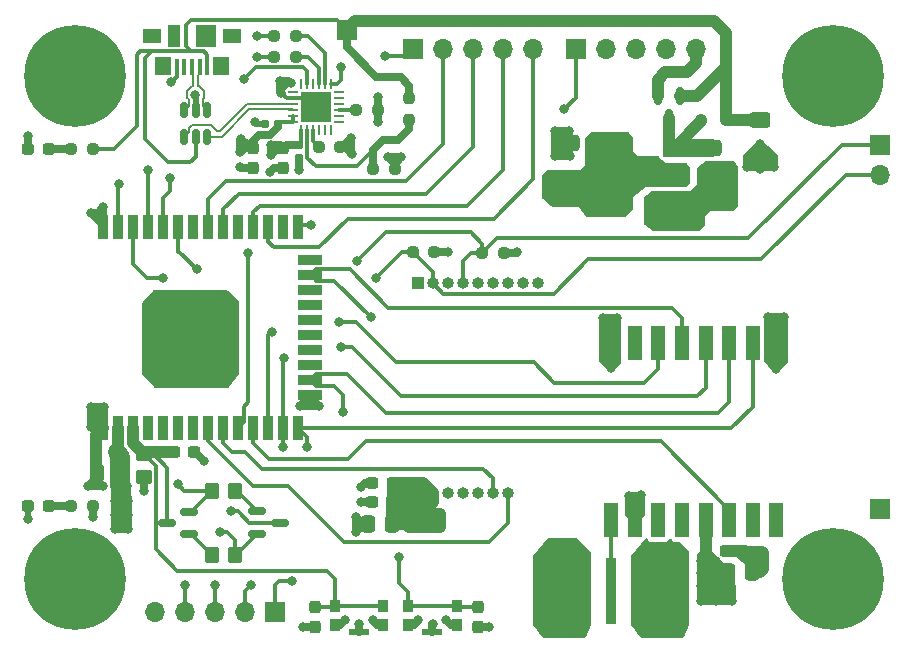
<source format=gtl>
%TF.GenerationSoftware,KiCad,Pcbnew,6.0.6-3a73a75311~116~ubuntu20.04.1*%
%TF.CreationDate,2022-07-25T10:06:13-07:00*%
%TF.ProjectId,rover_controller,726f7665-725f-4636-9f6e-74726f6c6c65,rev?*%
%TF.SameCoordinates,Original*%
%TF.FileFunction,Copper,L1,Top*%
%TF.FilePolarity,Positive*%
%FSLAX46Y46*%
G04 Gerber Fmt 4.6, Leading zero omitted, Abs format (unit mm)*
G04 Created by KiCad (PCBNEW 6.0.6-3a73a75311~116~ubuntu20.04.1) date 2022-07-25 10:06:13*
%MOMM*%
%LPD*%
G01*
G04 APERTURE LIST*
G04 Aperture macros list*
%AMRoundRect*
0 Rectangle with rounded corners*
0 $1 Rounding radius*
0 $2 $3 $4 $5 $6 $7 $8 $9 X,Y pos of 4 corners*
0 Add a 4 corners polygon primitive as box body*
4,1,4,$2,$3,$4,$5,$6,$7,$8,$9,$2,$3,0*
0 Add four circle primitives for the rounded corners*
1,1,$1+$1,$2,$3*
1,1,$1+$1,$4,$5*
1,1,$1+$1,$6,$7*
1,1,$1+$1,$8,$9*
0 Add four rect primitives between the rounded corners*
20,1,$1+$1,$2,$3,$4,$5,0*
20,1,$1+$1,$4,$5,$6,$7,0*
20,1,$1+$1,$6,$7,$8,$9,0*
20,1,$1+$1,$8,$9,$2,$3,0*%
G04 Aperture macros list end*
%TA.AperFunction,SMDPad,CuDef*%
%ADD10RoundRect,0.250000X-0.337500X-0.475000X0.337500X-0.475000X0.337500X0.475000X-0.337500X0.475000X0*%
%TD*%
%TA.AperFunction,ComponentPad*%
%ADD11R,1.000000X1.000000*%
%TD*%
%TA.AperFunction,ComponentPad*%
%ADD12O,1.000000X1.000000*%
%TD*%
%TA.AperFunction,SMDPad,CuDef*%
%ADD13RoundRect,0.150000X-0.150000X0.512500X-0.150000X-0.512500X0.150000X-0.512500X0.150000X0.512500X0*%
%TD*%
%TA.AperFunction,SMDPad,CuDef*%
%ADD14RoundRect,0.150000X-0.587500X-0.150000X0.587500X-0.150000X0.587500X0.150000X-0.587500X0.150000X0*%
%TD*%
%TA.AperFunction,SMDPad,CuDef*%
%ADD15RoundRect,0.237500X0.237500X-0.300000X0.237500X0.300000X-0.237500X0.300000X-0.237500X-0.300000X0*%
%TD*%
%TA.AperFunction,SMDPad,CuDef*%
%ADD16RoundRect,0.250000X-0.625000X0.400000X-0.625000X-0.400000X0.625000X-0.400000X0.625000X0.400000X0*%
%TD*%
%TA.AperFunction,SMDPad,CuDef*%
%ADD17RoundRect,0.237500X0.250000X0.237500X-0.250000X0.237500X-0.250000X-0.237500X0.250000X-0.237500X0*%
%TD*%
%TA.AperFunction,SMDPad,CuDef*%
%ADD18R,0.889000X5.588000*%
%TD*%
%TA.AperFunction,SMDPad,CuDef*%
%ADD19R,1.651000X5.588000*%
%TD*%
%TA.AperFunction,SMDPad,CuDef*%
%ADD20RoundRect,0.150000X-0.150000X0.587500X-0.150000X-0.587500X0.150000X-0.587500X0.150000X0.587500X0*%
%TD*%
%TA.AperFunction,SMDPad,CuDef*%
%ADD21RoundRect,0.155000X0.212500X0.155000X-0.212500X0.155000X-0.212500X-0.155000X0.212500X-0.155000X0*%
%TD*%
%TA.AperFunction,SMDPad,CuDef*%
%ADD22RoundRect,0.250000X-0.650000X0.412500X-0.650000X-0.412500X0.650000X-0.412500X0.650000X0.412500X0*%
%TD*%
%TA.AperFunction,SMDPad,CuDef*%
%ADD23RoundRect,0.237500X-0.250000X-0.237500X0.250000X-0.237500X0.250000X0.237500X-0.250000X0.237500X0*%
%TD*%
%TA.AperFunction,ComponentPad*%
%ADD24C,0.900000*%
%TD*%
%TA.AperFunction,ComponentPad*%
%ADD25C,8.600000*%
%TD*%
%TA.AperFunction,SMDPad,CuDef*%
%ADD26RoundRect,0.150000X0.587500X0.150000X-0.587500X0.150000X-0.587500X-0.150000X0.587500X-0.150000X0*%
%TD*%
%TA.AperFunction,SMDPad,CuDef*%
%ADD27RoundRect,0.237500X-0.287500X-0.237500X0.287500X-0.237500X0.287500X0.237500X-0.287500X0.237500X0*%
%TD*%
%TA.AperFunction,SMDPad,CuDef*%
%ADD28RoundRect,0.250000X-0.350000X-0.450000X0.350000X-0.450000X0.350000X0.450000X-0.350000X0.450000X0*%
%TD*%
%TA.AperFunction,SMDPad,CuDef*%
%ADD29RoundRect,0.237500X-0.237500X0.250000X-0.237500X-0.250000X0.237500X-0.250000X0.237500X0.250000X0*%
%TD*%
%TA.AperFunction,SMDPad,CuDef*%
%ADD30R,0.450000X1.380000*%
%TD*%
%TA.AperFunction,SMDPad,CuDef*%
%ADD31R,1.425000X1.550000*%
%TD*%
%TA.AperFunction,SMDPad,CuDef*%
%ADD32R,1.800000X1.900000*%
%TD*%
%TA.AperFunction,SMDPad,CuDef*%
%ADD33R,1.650000X1.300000*%
%TD*%
%TA.AperFunction,SMDPad,CuDef*%
%ADD34R,1.000000X1.900000*%
%TD*%
%TA.AperFunction,SMDPad,CuDef*%
%ADD35R,0.600000X0.450000*%
%TD*%
%TA.AperFunction,SMDPad,CuDef*%
%ADD36RoundRect,0.250000X0.450000X-0.350000X0.450000X0.350000X-0.450000X0.350000X-0.450000X-0.350000X0*%
%TD*%
%TA.AperFunction,SMDPad,CuDef*%
%ADD37RoundRect,0.250000X0.337500X0.475000X-0.337500X0.475000X-0.337500X-0.475000X0.337500X-0.475000X0*%
%TD*%
%TA.AperFunction,SMDPad,CuDef*%
%ADD38R,0.900000X1.000000*%
%TD*%
%TA.AperFunction,SMDPad,CuDef*%
%ADD39R,1.700000X0.550000*%
%TD*%
%TA.AperFunction,SMDPad,CuDef*%
%ADD40RoundRect,0.155000X-0.155000X0.212500X-0.155000X-0.212500X0.155000X-0.212500X0.155000X0.212500X0*%
%TD*%
%TA.AperFunction,ComponentPad*%
%ADD41R,1.700000X1.700000*%
%TD*%
%TA.AperFunction,ComponentPad*%
%ADD42O,1.700000X1.700000*%
%TD*%
%TA.AperFunction,SMDPad,CuDef*%
%ADD43R,1.200000X3.000000*%
%TD*%
%TA.AperFunction,SMDPad,CuDef*%
%ADD44RoundRect,0.237500X-0.300000X-0.237500X0.300000X-0.237500X0.300000X0.237500X-0.300000X0.237500X0*%
%TD*%
%TA.AperFunction,SMDPad,CuDef*%
%ADD45R,2.000000X1.500000*%
%TD*%
%TA.AperFunction,SMDPad,CuDef*%
%ADD46R,2.000000X3.800000*%
%TD*%
%TA.AperFunction,SMDPad,CuDef*%
%ADD47RoundRect,0.250000X0.650000X-0.412500X0.650000X0.412500X-0.650000X0.412500X-0.650000X-0.412500X0*%
%TD*%
%TA.AperFunction,SMDPad,CuDef*%
%ADD48RoundRect,0.237500X0.300000X0.237500X-0.300000X0.237500X-0.300000X-0.237500X0.300000X-0.237500X0*%
%TD*%
%TA.AperFunction,SMDPad,CuDef*%
%ADD49R,0.900000X2.000000*%
%TD*%
%TA.AperFunction,SMDPad,CuDef*%
%ADD50R,2.000000X0.900000*%
%TD*%
%TA.AperFunction,SMDPad,CuDef*%
%ADD51R,5.000000X5.000000*%
%TD*%
%TA.AperFunction,SMDPad,CuDef*%
%ADD52RoundRect,0.250000X0.350000X0.450000X-0.350000X0.450000X-0.350000X-0.450000X0.350000X-0.450000X0*%
%TD*%
%TA.AperFunction,SMDPad,CuDef*%
%ADD53RoundRect,0.237500X-0.237500X0.300000X-0.237500X-0.300000X0.237500X-0.300000X0.237500X0.300000X0*%
%TD*%
%TA.AperFunction,SMDPad,CuDef*%
%ADD54RoundRect,0.062500X-0.350000X-0.062500X0.350000X-0.062500X0.350000X0.062500X-0.350000X0.062500X0*%
%TD*%
%TA.AperFunction,SMDPad,CuDef*%
%ADD55RoundRect,0.062500X-0.062500X-0.350000X0.062500X-0.350000X0.062500X0.350000X-0.062500X0.350000X0*%
%TD*%
%TA.AperFunction,SMDPad,CuDef*%
%ADD56R,2.600000X2.600000*%
%TD*%
%TA.AperFunction,ViaPad*%
%ADD57C,0.800000*%
%TD*%
%TA.AperFunction,Conductor*%
%ADD58C,1.000000*%
%TD*%
%TA.AperFunction,Conductor*%
%ADD59C,0.300000*%
%TD*%
%TA.AperFunction,Conductor*%
%ADD60C,0.500000*%
%TD*%
%TA.AperFunction,Conductor*%
%ADD61C,0.700000*%
%TD*%
%TA.AperFunction,Conductor*%
%ADD62C,1.500000*%
%TD*%
%TA.AperFunction,Conductor*%
%ADD63C,0.200000*%
%TD*%
G04 APERTURE END LIST*
D10*
X216532500Y-188510000D03*
X218607500Y-188510000D03*
D11*
X190295000Y-164005000D03*
D12*
X191565000Y-164005000D03*
X192835000Y-164005000D03*
X194105000Y-164005000D03*
X195375000Y-164005000D03*
X196645000Y-164005000D03*
X197915000Y-164005000D03*
X199185000Y-164005000D03*
X200455000Y-164005000D03*
D13*
X172450000Y-149362500D03*
X171500000Y-149362500D03*
X170550000Y-149362500D03*
X170550000Y-151637500D03*
X171500000Y-151637500D03*
X172450000Y-151637500D03*
D14*
X176732500Y-183370000D03*
X176732500Y-185270000D03*
X178607500Y-184320000D03*
D15*
X181590000Y-193172500D03*
X181590000Y-191447500D03*
D16*
X219320000Y-150220000D03*
X219320000Y-153320000D03*
D17*
X186922500Y-149360000D03*
X185097500Y-149360000D03*
X197607500Y-161460000D03*
X195782500Y-161460000D03*
D18*
X206680000Y-190130000D03*
D19*
X202555040Y-190130000D03*
X210804960Y-190130000D03*
D20*
X212520000Y-148200000D03*
X210620000Y-148200000D03*
X211570000Y-150075000D03*
D21*
X178487500Y-150590000D03*
X177352500Y-150590000D03*
D22*
X215110000Y-152605000D03*
X215110000Y-155730000D03*
D17*
X162787500Y-152725000D03*
X160962500Y-152725000D03*
D23*
X181927500Y-152500000D03*
X183752500Y-152500000D03*
D24*
X227780419Y-148780419D03*
X227780419Y-144219581D03*
X228725000Y-146500000D03*
X225500000Y-149725000D03*
X222275000Y-146500000D03*
X223219581Y-144219581D03*
X225500000Y-143275000D03*
X223219581Y-148780419D03*
D25*
X225500000Y-146500000D03*
D17*
X191712500Y-161430000D03*
X189887500Y-161430000D03*
D23*
X178175000Y-143110000D03*
X180000000Y-143110000D03*
D26*
X170977500Y-185280000D03*
X170977500Y-183380000D03*
X169102500Y-184330000D03*
D27*
X157325000Y-182900000D03*
X159075000Y-182900000D03*
D24*
X164525000Y-146500000D03*
X161300000Y-149725000D03*
X159019581Y-148780419D03*
X161300000Y-143275000D03*
X163580419Y-148780419D03*
X158075000Y-146500000D03*
D25*
X161300000Y-146500000D03*
D24*
X163580419Y-144219581D03*
X159019581Y-144219581D03*
D23*
X178175000Y-144910000D03*
X180000000Y-144910000D03*
D24*
X227780419Y-191380419D03*
X222275000Y-189100000D03*
X225500000Y-185875000D03*
D25*
X225500000Y-189100000D03*
D24*
X223219581Y-191380419D03*
X225500000Y-192325000D03*
X227780419Y-186819581D03*
X228725000Y-189100000D03*
X223219581Y-186819581D03*
D15*
X195400000Y-193192500D03*
X195400000Y-191467500D03*
D28*
X172850000Y-181600000D03*
X174850000Y-181600000D03*
D29*
X189570000Y-148367500D03*
X189570000Y-150192500D03*
D30*
X172500000Y-145760000D03*
X171850000Y-145760000D03*
X171200000Y-145760000D03*
X170550000Y-145760000D03*
X169900000Y-145760000D03*
D31*
X173687500Y-145675000D03*
D32*
X172350000Y-143100000D03*
D33*
X167825000Y-143100000D03*
D34*
X169650000Y-143100000D03*
D33*
X174575000Y-143100000D03*
D31*
X168712500Y-145675000D03*
D17*
X162812500Y-182925000D03*
X160987500Y-182925000D03*
D35*
X214330000Y-150220000D03*
X216430000Y-150220000D03*
D36*
X167090000Y-180470000D03*
X167090000Y-178470000D03*
D37*
X165207500Y-180120000D03*
X163132500Y-180120000D03*
D11*
X190295000Y-181785000D03*
D12*
X191565000Y-181785000D03*
X192835000Y-181785000D03*
X194105000Y-181785000D03*
X195375000Y-181785000D03*
X196645000Y-181785000D03*
X197915000Y-181785000D03*
D38*
X189490000Y-192960000D03*
X193590000Y-192960000D03*
X193590000Y-191360000D03*
X189490000Y-191360000D03*
D39*
X191540000Y-193585000D03*
D40*
X180250000Y-152310000D03*
X180250000Y-153445000D03*
D41*
X229410000Y-152315000D03*
D42*
X229410000Y-154855000D03*
D41*
X203715000Y-144190000D03*
D42*
X206255000Y-144190000D03*
X208795000Y-144190000D03*
X211335000Y-144190000D03*
X213875000Y-144190000D03*
D43*
X220680000Y-169130000D03*
X218680000Y-169130000D03*
X216680000Y-169130000D03*
X214680000Y-169130000D03*
X212680000Y-169130000D03*
X210680000Y-169130000D03*
X208680000Y-169130000D03*
X206680000Y-169130000D03*
X206680000Y-184130000D03*
X208680000Y-184130000D03*
X210680000Y-184130000D03*
X212680000Y-184130000D03*
X214680000Y-184130000D03*
X216680000Y-184130000D03*
X218680000Y-184130000D03*
X220680000Y-184130000D03*
D44*
X214677500Y-186700000D03*
X216402500Y-186700000D03*
D45*
X212060000Y-157167500D03*
X212060000Y-154867500D03*
D46*
X205760000Y-154867500D03*
D45*
X212060000Y-152567500D03*
D47*
X203135000Y-155330000D03*
X203135000Y-152205000D03*
D48*
X188180000Y-180940000D03*
X186455000Y-180940000D03*
D41*
X178225000Y-191870000D03*
D42*
X175685000Y-191870000D03*
X173145000Y-191870000D03*
X170605000Y-191870000D03*
X168065000Y-191870000D03*
D37*
X188145000Y-184450000D03*
X186070000Y-184450000D03*
D41*
X229410000Y-183200000D03*
X189910000Y-144180000D03*
D42*
X192450000Y-144180000D03*
X194990000Y-144180000D03*
X197530000Y-144180000D03*
X200070000Y-144180000D03*
D44*
X169667500Y-178370000D03*
X171392500Y-178370000D03*
D49*
X163695000Y-176300000D03*
X164965000Y-176300000D03*
X166235000Y-176300000D03*
X167505000Y-176300000D03*
X168775000Y-176300000D03*
X170045000Y-176300000D03*
X171315000Y-176300000D03*
X172585000Y-176300000D03*
X173855000Y-176300000D03*
X175125000Y-176300000D03*
X176395000Y-176300000D03*
X177665000Y-176300000D03*
X178935000Y-176300000D03*
X180205000Y-176300000D03*
D50*
X181205000Y-173515000D03*
X181205000Y-172245000D03*
X181205000Y-170975000D03*
X181205000Y-169705000D03*
X181205000Y-168435000D03*
X181205000Y-167165000D03*
X181205000Y-165895000D03*
X181205000Y-164625000D03*
X181205000Y-163355000D03*
X181205000Y-162085000D03*
D49*
X180205000Y-159300000D03*
X178935000Y-159300000D03*
X177665000Y-159300000D03*
X176395000Y-159300000D03*
X175125000Y-159300000D03*
X173855000Y-159300000D03*
X172585000Y-159300000D03*
X171315000Y-159300000D03*
X170045000Y-159300000D03*
X168775000Y-159300000D03*
X167505000Y-159300000D03*
X166235000Y-159300000D03*
X164965000Y-159300000D03*
X163695000Y-159300000D03*
D51*
X171195000Y-168800000D03*
D52*
X174850000Y-187050000D03*
X172850000Y-187050000D03*
D53*
X178920000Y-152587500D03*
X178920000Y-154312500D03*
D27*
X157300000Y-152700000D03*
X159050000Y-152700000D03*
D41*
X184290000Y-142580000D03*
D24*
X158075000Y-189100000D03*
X163580419Y-191380419D03*
X159019581Y-186819581D03*
X164525000Y-189100000D03*
X163580419Y-186819581D03*
X161300000Y-185875000D03*
X161300000Y-192325000D03*
X159019581Y-191380419D03*
D25*
X161300000Y-189100000D03*
D54*
X179762500Y-147860000D03*
X179762500Y-148360000D03*
X179762500Y-148860000D03*
X179762500Y-149360000D03*
X179762500Y-149860000D03*
X179762500Y-150360000D03*
D55*
X180450000Y-151047500D03*
X180950000Y-151047500D03*
X181450000Y-151047500D03*
X181950000Y-151047500D03*
X182450000Y-151047500D03*
X182950000Y-151047500D03*
D54*
X183637500Y-150360000D03*
X183637500Y-149860000D03*
X183637500Y-149360000D03*
X183637500Y-148860000D03*
X183637500Y-148360000D03*
X183637500Y-147860000D03*
D55*
X182950000Y-147172500D03*
X182450000Y-147172500D03*
X181950000Y-147172500D03*
X181450000Y-147172500D03*
X180950000Y-147172500D03*
X180450000Y-147172500D03*
D56*
X181700000Y-149110000D03*
D53*
X176340000Y-152587500D03*
X176340000Y-154312500D03*
D48*
X188162500Y-182590000D03*
X186437500Y-182590000D03*
D17*
X188340000Y-154400000D03*
X186515000Y-154400000D03*
D38*
X187400000Y-192972500D03*
X183300000Y-192972500D03*
X183300000Y-191372500D03*
X187400000Y-191372500D03*
D39*
X185350000Y-193597500D03*
D48*
X164802500Y-178350000D03*
X163077500Y-178350000D03*
D57*
X187787500Y-153390000D03*
X208155000Y-182030000D03*
X209380000Y-193255080D03*
X173925000Y-165700000D03*
X168100000Y-170400000D03*
X213760000Y-158767500D03*
X171480000Y-148080000D03*
X180630000Y-193170000D03*
X209230000Y-182005000D03*
X218550000Y-186810000D03*
X216660000Y-154467500D03*
X185470000Y-182600000D03*
X216360000Y-157067500D03*
X168100000Y-168700000D03*
X184120000Y-192600000D03*
X212480000Y-188680080D03*
X220680000Y-171280000D03*
X203150000Y-151140000D03*
X174300000Y-171700000D03*
X162600000Y-174550000D03*
X211880000Y-186655080D03*
X215160000Y-154467500D03*
X200880000Y-188755080D03*
X180375000Y-174425000D03*
X212480000Y-190955080D03*
X209780000Y-186655080D03*
X203580000Y-186655080D03*
X157350000Y-183975000D03*
X175260000Y-154230000D03*
X209180000Y-191055080D03*
X174300000Y-168600000D03*
X192740000Y-192590000D03*
X196350000Y-193180000D03*
X163750000Y-174525000D03*
X162650000Y-158075000D03*
X181975000Y-174475000D03*
X212760000Y-158767500D03*
X176490000Y-150440000D03*
X204180000Y-188680080D03*
X185080000Y-185090000D03*
X172800000Y-171950000D03*
X219470000Y-186810000D03*
X172200000Y-179120000D03*
X169650000Y-165700000D03*
X206670000Y-171230000D03*
X201920000Y-151180000D03*
X177810000Y-154610000D03*
X186910000Y-148290000D03*
X211660000Y-158767500D03*
X171100000Y-165650000D03*
X190340000Y-192590000D03*
X191560000Y-192900000D03*
X162600000Y-176200000D03*
X213760000Y-157067500D03*
X206030000Y-166955000D03*
X200880000Y-191055080D03*
X174300000Y-170300000D03*
X219930000Y-166930000D03*
X218220000Y-154210000D03*
X219300000Y-152250000D03*
X179600000Y-147135500D03*
X174300000Y-167000000D03*
X178610000Y-146890000D03*
X209180000Y-188755080D03*
X180260000Y-154430000D03*
X157300000Y-151625000D03*
X169457534Y-147048618D03*
X186960000Y-150440000D03*
X172550000Y-165650000D03*
X186520000Y-192600000D03*
X188927500Y-153390000D03*
X201080000Y-193255080D03*
X217630000Y-186790000D03*
X212280000Y-193255080D03*
X203190000Y-153260000D03*
X215060000Y-157067500D03*
X210460000Y-157367500D03*
X221355000Y-166930000D03*
X162410000Y-181220000D03*
X185340000Y-192910000D03*
X220430000Y-154180000D03*
X185510000Y-181290000D03*
X210560000Y-158767500D03*
X169650000Y-171950000D03*
X185060000Y-183880000D03*
X168100000Y-171800000D03*
X201930000Y-153270000D03*
X219320000Y-154400000D03*
X168100000Y-165800000D03*
X207205000Y-166955000D03*
X216660000Y-155767500D03*
X178750500Y-147910000D03*
X203980000Y-193255080D03*
X168100000Y-167025000D03*
X201480000Y-186655080D03*
X204180000Y-190955080D03*
X163675000Y-157625000D03*
X163680000Y-181250000D03*
X171200000Y-171950000D03*
X175380000Y-151820000D03*
X214270000Y-188590000D03*
X205060000Y-152367500D03*
X215520000Y-187610000D03*
X215540000Y-188590000D03*
X215600000Y-190970000D03*
X177840000Y-153230000D03*
X162850000Y-183830000D03*
X209060000Y-154067500D03*
X164670000Y-184890000D03*
X189560000Y-184730000D03*
X164650000Y-182470000D03*
X192150000Y-184720000D03*
X198745000Y-161435000D03*
X192160000Y-183560000D03*
X165740000Y-182480000D03*
X189570000Y-183570000D03*
X202260000Y-156667500D03*
X177840000Y-152320000D03*
X216870000Y-189710000D03*
X164678636Y-181208390D03*
X175270000Y-152980000D03*
X214270000Y-187580000D03*
X184680000Y-151740000D03*
X215570000Y-189710000D03*
X190840000Y-183570000D03*
X207660000Y-154067500D03*
X207660000Y-155267500D03*
X190830000Y-184730000D03*
X210460000Y-155267500D03*
X205060000Y-157367500D03*
X204060000Y-156667500D03*
X216900000Y-190970000D03*
X164670000Y-183660000D03*
X201560000Y-155367500D03*
X206260000Y-157367500D03*
X207660000Y-152767500D03*
X165700000Y-181240000D03*
X210460000Y-154067500D03*
X214320000Y-190950000D03*
X167090000Y-181650000D03*
X165750000Y-183660000D03*
X209060000Y-155267500D03*
X165750000Y-184890000D03*
X192850000Y-161430000D03*
X206360000Y-152367500D03*
X184730000Y-153120000D03*
X214290000Y-189690000D03*
X207660000Y-156467500D03*
X175950000Y-161450000D03*
X202730000Y-149330000D03*
X177990000Y-168150000D03*
X183630000Y-167300000D03*
X178950000Y-170400000D03*
X183780000Y-169440000D03*
X178940000Y-177940000D03*
X170600000Y-189600000D03*
X180970000Y-177920000D03*
X173140000Y-189640000D03*
X176150000Y-189620000D03*
X183980000Y-174970000D03*
X179650000Y-189280000D03*
X186360000Y-166910000D03*
X188680000Y-187220000D03*
X174500000Y-183370000D03*
X181260000Y-159100000D03*
X185180000Y-162170000D03*
X171580000Y-162880000D03*
X169310000Y-155160000D03*
X176710000Y-144910000D03*
X167500000Y-154450000D03*
X176700000Y-143110000D03*
X168750000Y-163600000D03*
X186770000Y-163600000D03*
X170020000Y-181090000D03*
X183830000Y-145730000D03*
X175590000Y-146790000D03*
X173600000Y-185120000D03*
X164975000Y-155675000D03*
X187560000Y-144840000D03*
D58*
X169667500Y-178370000D02*
X168680000Y-178370000D01*
D59*
X169102500Y-184330000D02*
X169102500Y-179682500D01*
D58*
X168680000Y-178370000D02*
X167790000Y-178370000D01*
X167790000Y-178370000D02*
X167470000Y-178370000D01*
D59*
X168140000Y-186560000D02*
X169960000Y-188380000D01*
D58*
X166235000Y-177615000D02*
X167090000Y-178470000D01*
D59*
X169102500Y-179682500D02*
X167790000Y-178370000D01*
X183300000Y-189050000D02*
X183300000Y-191372500D01*
X182630000Y-188380000D02*
X183300000Y-189050000D01*
D58*
X167190000Y-178370000D02*
X167090000Y-178470000D01*
D59*
X181590000Y-191447500D02*
X183225000Y-191447500D01*
X187400000Y-191372500D02*
X183300000Y-191372500D01*
D58*
X166235000Y-176300000D02*
X166235000Y-177615000D01*
D59*
X168140000Y-179520000D02*
X168140000Y-186560000D01*
D60*
X183222500Y-191450000D02*
X183300000Y-191372500D01*
D58*
X167470000Y-178370000D02*
X167190000Y-178370000D01*
D59*
X167090000Y-178470000D02*
X168140000Y-179520000D01*
D61*
X167200000Y-178360000D02*
X167090000Y-178470000D01*
D59*
X169960000Y-188380000D02*
X182630000Y-188380000D01*
X183225000Y-191447500D02*
X183300000Y-191372500D01*
D61*
X185350000Y-193597500D02*
X185350000Y-192920000D01*
D58*
X217630000Y-186790000D02*
X219450000Y-186790000D01*
D61*
X220430000Y-154180000D02*
X220430000Y-153380000D01*
D58*
X218607500Y-187767500D02*
X217630000Y-186790000D01*
D61*
X220680000Y-167605000D02*
X221355000Y-166930000D01*
X180250000Y-154420000D02*
X180260000Y-154430000D01*
X220680000Y-169130000D02*
X220680000Y-167605000D01*
D58*
X216402500Y-186700000D02*
X217540000Y-186700000D01*
D61*
X185720000Y-184450000D02*
X185080000Y-185090000D01*
X162600000Y-174550000D02*
X162600000Y-176200000D01*
X185080000Y-183900000D02*
X185060000Y-183880000D01*
X219320000Y-153320000D02*
X219110000Y-153320000D01*
X185480000Y-182590000D02*
X185470000Y-182600000D01*
X209205000Y-182030000D02*
X209230000Y-182005000D01*
X219110000Y-153320000D02*
X218220000Y-154210000D01*
D58*
X218040000Y-186700000D02*
X219510000Y-188170000D01*
X163077500Y-176917500D02*
X163077500Y-178350000D01*
D61*
X180375000Y-174425000D02*
X181925000Y-174425000D01*
D58*
X219450000Y-186790000D02*
X219470000Y-186810000D01*
D61*
X219320000Y-153320000D02*
X219320000Y-154400000D01*
X188340000Y-153977500D02*
X188927500Y-153390000D01*
X178920000Y-154312500D02*
X178107500Y-154312500D01*
X163132500Y-180120000D02*
X163132500Y-180497500D01*
X202945000Y-152205000D02*
X201920000Y-151180000D01*
X221355000Y-170605000D02*
X220680000Y-171280000D01*
X163695000Y-159120000D02*
X162650000Y-158075000D01*
X209230000Y-182005000D02*
X209230000Y-183580000D01*
X163750000Y-176245000D02*
X163695000Y-176300000D01*
X178610000Y-146890000D02*
X178610000Y-147769500D01*
X185860000Y-180940000D02*
X185510000Y-181290000D01*
X188340000Y-154400000D02*
X188340000Y-153977500D01*
X162700000Y-176300000D02*
X162600000Y-176200000D01*
X187400000Y-192972500D02*
X186892500Y-192972500D01*
X207205000Y-170695000D02*
X206670000Y-171230000D01*
X181925000Y-174425000D02*
X181975000Y-174475000D01*
X185630000Y-184450000D02*
X185060000Y-183880000D01*
X206030000Y-166955000D02*
X207205000Y-166955000D01*
X163695000Y-176300000D02*
X163695000Y-175645000D01*
X218220000Y-153330000D02*
X219300000Y-152250000D01*
X163695000Y-159300000D02*
X163695000Y-157645000D01*
X201920000Y-151180000D02*
X203110000Y-151180000D01*
X203110000Y-151180000D02*
X203150000Y-151140000D01*
X203190000Y-153260000D02*
X201940000Y-153260000D01*
X218220000Y-154210000D02*
X219130000Y-154210000D01*
X181205000Y-173515000D02*
X181205000Y-173595000D01*
X188340000Y-153942500D02*
X187787500Y-153390000D01*
X202350000Y-151940000D02*
X201930000Y-151940000D01*
X178610000Y-146890000D02*
X179354500Y-146890000D01*
X219320000Y-153320000D02*
X219570000Y-153320000D01*
X163695000Y-175645000D02*
X162600000Y-174550000D01*
X206680000Y-167605000D02*
X206030000Y-166955000D01*
X193590000Y-192960000D02*
X193110000Y-192960000D01*
X163695000Y-176300000D02*
X162700000Y-176300000D01*
X219930000Y-170530000D02*
X220680000Y-171280000D01*
D59*
X179474500Y-147010000D02*
X179600000Y-147135500D01*
D61*
X203135000Y-153205000D02*
X203190000Y-153260000D01*
X163132500Y-180702500D02*
X163680000Y-181250000D01*
X180250000Y-153445000D02*
X180250000Y-154420000D01*
X196337500Y-193192500D02*
X196350000Y-193180000D01*
D60*
X177352500Y-150590000D02*
X176640000Y-150590000D01*
D61*
X208680000Y-182555000D02*
X208155000Y-182030000D01*
X186455000Y-180940000D02*
X185860000Y-180940000D01*
D58*
X219510000Y-188270000D02*
X219270000Y-188510000D01*
D61*
X163750000Y-175000000D02*
X163750000Y-176245000D01*
D58*
X218607500Y-188510000D02*
X218607500Y-187767500D01*
D59*
X179200500Y-148360000D02*
X178750500Y-147910000D01*
D58*
X216402500Y-186700000D02*
X218040000Y-186700000D01*
D61*
X185080000Y-185090000D02*
X185080000Y-183900000D01*
D58*
X217540000Y-186700000D02*
X217630000Y-186790000D01*
D61*
X162600000Y-174550000D02*
X163725000Y-174550000D01*
X208155000Y-183605000D02*
X208680000Y-184130000D01*
X163132500Y-180120000D02*
X163132500Y-180702500D01*
X220680000Y-169130000D02*
X220680000Y-167680000D01*
X203135000Y-151155000D02*
X203150000Y-151140000D01*
X162440000Y-181250000D02*
X162410000Y-181220000D01*
X176340000Y-154312500D02*
X175342500Y-154312500D01*
X220430000Y-154180000D02*
X219540000Y-154180000D01*
X219130000Y-154210000D02*
X219320000Y-154400000D01*
X195400000Y-193192500D02*
X196337500Y-193192500D01*
X179600000Y-147135500D02*
X179208294Y-147135500D01*
X186922500Y-148302500D02*
X186910000Y-148290000D01*
X186922500Y-149360000D02*
X186922500Y-150402500D01*
D59*
X169900000Y-145760000D02*
X169900000Y-146606152D01*
D61*
X206680000Y-171220000D02*
X206670000Y-171230000D01*
D58*
X219510000Y-188170000D02*
X219510000Y-188270000D01*
D61*
X203150000Y-151140000D02*
X202350000Y-151940000D01*
D58*
X163695000Y-176300000D02*
X163077500Y-176917500D01*
D61*
X187787500Y-153390000D02*
X188927500Y-153390000D01*
X201930000Y-153270000D02*
X201930000Y-151940000D01*
X163225000Y-158075000D02*
X163675000Y-157625000D01*
X179208294Y-147135500D02*
X178750500Y-147593294D01*
X219540000Y-154180000D02*
X219320000Y-154400000D01*
X221355000Y-166930000D02*
X221355000Y-170605000D01*
X157300000Y-152700000D02*
X157300000Y-151625000D01*
X206680000Y-169130000D02*
X206680000Y-167605000D01*
D59*
X179762500Y-148360000D02*
X179200500Y-148360000D01*
D61*
X181205000Y-173515000D02*
X181205000Y-173705000D01*
X219320000Y-152270000D02*
X219300000Y-152250000D01*
X186437500Y-182590000D02*
X185480000Y-182590000D01*
X178610000Y-147769500D02*
X178750500Y-147910000D01*
X191540000Y-192920000D02*
X191560000Y-192900000D01*
D58*
X163077500Y-178350000D02*
X163077500Y-180065000D01*
D61*
X163695000Y-159300000D02*
X163695000Y-159120000D01*
X188340000Y-154400000D02*
X188340000Y-153942500D01*
X189490000Y-192960000D02*
X189970000Y-192960000D01*
D60*
X171500000Y-149362500D02*
X171500000Y-148100000D01*
D59*
X169900000Y-146606152D02*
X169457534Y-147048618D01*
D61*
X162600000Y-176200000D02*
X163750000Y-175050000D01*
X206680000Y-169130000D02*
X206680000Y-167480000D01*
X181590000Y-193172500D02*
X180632500Y-193172500D01*
X218550000Y-186810000D02*
X219470000Y-186810000D01*
D59*
X179762500Y-148360000D02*
X180950000Y-148360000D01*
D61*
X186922500Y-149360000D02*
X186922500Y-148302500D01*
X178750500Y-147593294D02*
X178750500Y-147910000D01*
X203135000Y-152205000D02*
X202945000Y-152205000D01*
X186070000Y-184450000D02*
X185630000Y-184450000D01*
X206030000Y-166955000D02*
X206030000Y-170590000D01*
D60*
X157325000Y-183950000D02*
X157350000Y-183975000D01*
D61*
X191540000Y-193585000D02*
X191540000Y-192920000D01*
X186892500Y-192972500D02*
X186520000Y-192600000D01*
D58*
X219510000Y-186850000D02*
X219510000Y-188170000D01*
D60*
X157325000Y-182900000D02*
X157325000Y-183950000D01*
D61*
X206680000Y-167480000D02*
X207205000Y-166955000D01*
X201930000Y-151940000D02*
X201930000Y-151190000D01*
X193110000Y-192960000D02*
X192740000Y-192590000D01*
X218220000Y-154210000D02*
X218220000Y-153330000D01*
X203135000Y-152205000D02*
X202995000Y-152205000D01*
X208680000Y-182555000D02*
X209230000Y-182005000D01*
X201940000Y-153260000D02*
X201930000Y-153270000D01*
X218530000Y-186790000D02*
X218550000Y-186810000D01*
X219320000Y-153320000D02*
X219320000Y-152270000D01*
X203135000Y-152205000D02*
X203135000Y-151155000D01*
X163725000Y-174550000D02*
X163750000Y-174525000D01*
X219930000Y-166930000D02*
X221355000Y-166930000D01*
X181205000Y-173595000D02*
X180375000Y-174425000D01*
X203135000Y-152205000D02*
X203135000Y-153205000D01*
X186070000Y-184450000D02*
X185720000Y-184450000D01*
X208680000Y-184130000D02*
X208680000Y-182555000D01*
X179354500Y-146890000D02*
X179600000Y-147135500D01*
X220430000Y-153380000D02*
X219300000Y-152250000D01*
D58*
X219270000Y-188510000D02*
X218607500Y-188510000D01*
D61*
X206680000Y-169130000D02*
X206680000Y-171220000D01*
X162650000Y-158075000D02*
X163225000Y-158075000D01*
X183300000Y-192972500D02*
X183747500Y-192972500D01*
X163750000Y-174525000D02*
X163750000Y-175000000D01*
X185350000Y-192920000D02*
X185340000Y-192910000D01*
D58*
X163077500Y-180065000D02*
X163132500Y-180120000D01*
D61*
X201930000Y-151190000D02*
X201920000Y-151180000D01*
X220680000Y-169130000D02*
X220680000Y-171280000D01*
X180632500Y-193172500D02*
X180630000Y-193170000D01*
D60*
X171500000Y-148100000D02*
X171480000Y-148080000D01*
D61*
X183747500Y-192972500D02*
X184120000Y-192600000D01*
X208155000Y-182030000D02*
X208155000Y-183605000D01*
X219930000Y-166930000D02*
X219930000Y-170530000D01*
X181205000Y-173705000D02*
X181975000Y-174475000D01*
X186922500Y-150402500D02*
X186960000Y-150440000D01*
X209230000Y-183580000D02*
X208680000Y-184130000D01*
D59*
X180950000Y-148360000D02*
X181700000Y-149110000D01*
D61*
X189970000Y-192960000D02*
X190340000Y-192590000D01*
D60*
X176640000Y-150590000D02*
X176490000Y-150440000D01*
D61*
X175342500Y-154312500D02*
X175260000Y-154230000D01*
X163132500Y-180497500D02*
X162410000Y-181220000D01*
X219570000Y-153320000D02*
X220430000Y-154180000D01*
X208155000Y-182030000D02*
X209205000Y-182030000D01*
X171392500Y-178370000D02*
X171450000Y-178370000D01*
X163750000Y-175050000D02*
X163750000Y-175000000D01*
X178107500Y-154312500D02*
X177810000Y-154610000D01*
X206030000Y-170590000D02*
X206670000Y-171230000D01*
X171450000Y-178370000D02*
X172200000Y-179120000D01*
X207205000Y-166955000D02*
X207205000Y-170695000D01*
X220680000Y-167680000D02*
X219930000Y-166930000D01*
X163695000Y-157645000D02*
X163675000Y-157625000D01*
D58*
X219470000Y-186810000D02*
X219510000Y-186850000D01*
D61*
X202995000Y-152205000D02*
X201930000Y-153270000D01*
X163680000Y-181250000D02*
X162440000Y-181250000D01*
X217630000Y-186790000D02*
X218530000Y-186790000D01*
X216830000Y-190970000D02*
X215570000Y-189710000D01*
X164670000Y-184890000D02*
X164670000Y-184740000D01*
X176340000Y-152587500D02*
X175662500Y-152587500D01*
D58*
X191205000Y-183205000D02*
X191205000Y-181785000D01*
D61*
X216420000Y-188510000D02*
X215520000Y-187610000D01*
X215600000Y-190970000D02*
X215610000Y-190970000D01*
X165740000Y-183650000D02*
X165750000Y-183660000D01*
X176890000Y-151470000D02*
X177837021Y-151470000D01*
D58*
X190830000Y-183580000D02*
X190840000Y-183570000D01*
X214680000Y-184130000D02*
X214680000Y-187440000D01*
D61*
X214850000Y-187610000D02*
X214300000Y-187610000D01*
X215540000Y-188590000D02*
X215540000Y-187630000D01*
D59*
X178717500Y-150360000D02*
X178487500Y-150590000D01*
D61*
X214300000Y-187610000D02*
X214270000Y-187580000D01*
X167090000Y-180470000D02*
X167090000Y-181650000D01*
D58*
X192140000Y-184730000D02*
X192150000Y-184720000D01*
X190840000Y-183570000D02*
X189570000Y-183570000D01*
X188145000Y-184450000D02*
X189280000Y-184450000D01*
D61*
X178920000Y-152587500D02*
X178482500Y-152587500D01*
X184680000Y-153070000D02*
X184730000Y-153120000D01*
X214440000Y-189690000D02*
X215540000Y-188590000D01*
D58*
X190295000Y-181785000D02*
X190295000Y-182435000D01*
D61*
X164670000Y-183550000D02*
X165740000Y-182480000D01*
X165740000Y-182480000D02*
X165740000Y-183650000D01*
X215570000Y-189710000D02*
X215390000Y-189710000D01*
D58*
X191260000Y-182910000D02*
X188840000Y-182910000D01*
D61*
X165700000Y-181240000D02*
X165700000Y-182440000D01*
X216900000Y-190970000D02*
X216830000Y-190970000D01*
X198720000Y-161460000D02*
X198745000Y-161435000D01*
X165750000Y-184890000D02*
X165750000Y-184740000D01*
X180250000Y-152310000D02*
X179197500Y-152310000D01*
X215610000Y-190970000D02*
X216870000Y-189710000D01*
X176340000Y-152587500D02*
X176147500Y-152587500D01*
D58*
X188180000Y-182250000D02*
X188180000Y-182572500D01*
D61*
X184680000Y-151740000D02*
X184680000Y-153070000D01*
X215570000Y-189472500D02*
X216532500Y-188510000D01*
X175270000Y-152980000D02*
X175270000Y-151930000D01*
D58*
X190840000Y-183570000D02*
X191205000Y-183205000D01*
X190830000Y-184730000D02*
X192140000Y-184730000D01*
D61*
X165750000Y-183570000D02*
X164650000Y-182470000D01*
D58*
X189560000Y-184730000D02*
X190830000Y-184730000D01*
D61*
X165740000Y-182269754D02*
X164678636Y-181208390D01*
X165668390Y-181208390D02*
X165700000Y-181240000D01*
X165740000Y-182480000D02*
X165740000Y-182269754D01*
X215580000Y-190950000D02*
X215600000Y-190970000D01*
X164650000Y-182470000D02*
X164650000Y-181860000D01*
X165750000Y-183660000D02*
X165750000Y-183570000D01*
X165740000Y-184880000D02*
X165750000Y-184890000D01*
X214320000Y-190950000D02*
X214330000Y-190950000D01*
X215390000Y-189710000D02*
X214270000Y-188590000D01*
X215540000Y-187630000D02*
X215520000Y-187610000D01*
X215600000Y-190970000D02*
X216900000Y-190970000D01*
X216532500Y-188510000D02*
X216420000Y-188510000D01*
X214270000Y-187580000D02*
X214270000Y-187107500D01*
X178652500Y-152320000D02*
X178920000Y-152587500D01*
D58*
X190000000Y-182730000D02*
X188302500Y-182730000D01*
D61*
X214270000Y-188590000D02*
X214270000Y-187580000D01*
D58*
X192160000Y-183560000D02*
X192160000Y-184710000D01*
D61*
X164670000Y-183660000D02*
X164670000Y-183550000D01*
X215280000Y-188590000D02*
X214270000Y-187580000D01*
D58*
X192160000Y-183560000D02*
X190850000Y-183560000D01*
D61*
X214320000Y-190950000D02*
X215580000Y-190950000D01*
D58*
X188145000Y-184450000D02*
X188145000Y-182607500D01*
X190830000Y-184730000D02*
X190830000Y-183580000D01*
D61*
X164670000Y-184890000D02*
X164670000Y-183660000D01*
X214290000Y-189690000D02*
X214290000Y-188610000D01*
X177837021Y-151470000D02*
X178487500Y-150819521D01*
X164678636Y-181208390D02*
X165668390Y-181208390D01*
X175662500Y-152587500D02*
X175270000Y-152980000D01*
X183752500Y-152500000D02*
X183920000Y-152500000D01*
D62*
X165207500Y-178755000D02*
X164802500Y-178350000D01*
D58*
X191565000Y-181785000D02*
X190780000Y-181000000D01*
D61*
X215600000Y-190970000D02*
X215570000Y-190970000D01*
X164650000Y-183640000D02*
X164670000Y-183660000D01*
D58*
X190850000Y-183560000D02*
X190840000Y-183570000D01*
D61*
X175270000Y-151930000D02*
X175380000Y-151820000D01*
D58*
X188180000Y-182572500D02*
X188162500Y-182590000D01*
X190780000Y-181000000D02*
X188240000Y-181000000D01*
X188145000Y-182607500D02*
X188162500Y-182590000D01*
D61*
X216870000Y-189710000D02*
X216870000Y-188847500D01*
X216900000Y-190970000D02*
X216900000Y-189740000D01*
D62*
X165207500Y-181772500D02*
X165120000Y-181860000D01*
D59*
X179762500Y-149860000D02*
X179762500Y-150360000D01*
D61*
X215600000Y-189740000D02*
X215570000Y-189710000D01*
X164670000Y-184740000D02*
X165750000Y-183660000D01*
X178487500Y-150819521D02*
X178487500Y-150590000D01*
D58*
X190295000Y-181785000D02*
X189025000Y-181785000D01*
D61*
X162812500Y-183792500D02*
X162850000Y-183830000D01*
D58*
X214680000Y-187440000D02*
X214850000Y-187610000D01*
D61*
X164670000Y-184890000D02*
X165750000Y-184890000D01*
X216870000Y-188847500D02*
X216532500Y-188510000D01*
X215570000Y-189710000D02*
X216870000Y-189710000D01*
X165750000Y-184740000D02*
X164670000Y-183660000D01*
X214330000Y-190950000D02*
X215570000Y-189710000D01*
D58*
X189560000Y-184730000D02*
X188840000Y-184010000D01*
X190830000Y-184730000D02*
X190730000Y-184730000D01*
D61*
X164650000Y-181237026D02*
X164678636Y-181208390D01*
X165730000Y-182470000D02*
X165740000Y-182480000D01*
D59*
X180450000Y-152110000D02*
X180250000Y-152310000D01*
D61*
X216660000Y-189710000D02*
X215540000Y-188590000D01*
D58*
X191205000Y-181785000D02*
X190295000Y-181785000D01*
D61*
X165740000Y-182480000D02*
X165120000Y-181860000D01*
D58*
X192160000Y-184710000D02*
X192150000Y-184720000D01*
D61*
X184110000Y-152500000D02*
X184730000Y-153120000D01*
X176147500Y-152587500D02*
X175380000Y-151820000D01*
X164650000Y-182470000D02*
X165730000Y-182470000D01*
D58*
X164965000Y-178187500D02*
X164802500Y-178350000D01*
D59*
X179762500Y-150360000D02*
X178717500Y-150360000D01*
D61*
X215550000Y-189690000D02*
X215570000Y-189710000D01*
D58*
X188840000Y-184010000D02*
X188840000Y-182910000D01*
D61*
X165750000Y-184890000D02*
X165750000Y-183660000D01*
X164670000Y-183660000D02*
X165750000Y-183660000D01*
X164650000Y-181860000D02*
X164650000Y-181237026D01*
D58*
X189280000Y-184450000D02*
X189560000Y-184730000D01*
D61*
X214270000Y-188590000D02*
X214540000Y-188590000D01*
X216900000Y-189740000D02*
X216870000Y-189710000D01*
X215520000Y-187610000D02*
X214850000Y-187610000D01*
D58*
X189025000Y-181785000D02*
X188180000Y-180940000D01*
D61*
X162812500Y-182925000D02*
X162812500Y-183792500D01*
X183752500Y-152500000D02*
X184110000Y-152500000D01*
D58*
X190295000Y-182435000D02*
X190000000Y-182730000D01*
D61*
X191712500Y-161430000D02*
X192850000Y-161430000D01*
X178482500Y-152587500D02*
X177840000Y-153230000D01*
X214290000Y-188610000D02*
X214270000Y-188590000D01*
X179197500Y-152310000D02*
X178920000Y-152587500D01*
X215520000Y-187610000D02*
X215520000Y-187542500D01*
X197607500Y-161460000D02*
X198720000Y-161460000D01*
D58*
X192150000Y-184720000D02*
X191010000Y-183580000D01*
X188180000Y-180940000D02*
X188180000Y-182250000D01*
D61*
X215600000Y-190970000D02*
X215600000Y-189740000D01*
X215570000Y-189710000D02*
X215570000Y-189472500D01*
X214270000Y-187107500D02*
X214677500Y-186700000D01*
X214290000Y-189690000D02*
X214440000Y-189690000D01*
D58*
X188240000Y-181000000D02*
X188180000Y-180940000D01*
D61*
X177840000Y-152320000D02*
X178652500Y-152320000D01*
X215540000Y-188590000D02*
X215280000Y-188590000D01*
D62*
X165207500Y-180120000D02*
X165207500Y-178755000D01*
D61*
X164650000Y-184870000D02*
X164670000Y-184890000D01*
X165120000Y-181860000D02*
X164650000Y-181860000D01*
D59*
X180450000Y-151047500D02*
X180450000Y-152110000D01*
D61*
X214270000Y-188590000D02*
X215540000Y-188590000D01*
X183920000Y-152500000D02*
X184680000Y-151740000D01*
X215570000Y-190970000D02*
X214290000Y-189690000D01*
X215520000Y-187542500D02*
X214677500Y-186700000D01*
D58*
X164780000Y-178372500D02*
X164780000Y-181208390D01*
X191565000Y-181785000D02*
X191565000Y-182605000D01*
D61*
X214540000Y-188590000D02*
X215520000Y-187610000D01*
X176340000Y-152020000D02*
X176890000Y-151470000D01*
D58*
X191565000Y-182605000D02*
X191260000Y-182910000D01*
X191565000Y-181785000D02*
X191205000Y-181785000D01*
D62*
X165207500Y-180120000D02*
X165207500Y-181772500D01*
D61*
X214320000Y-189720000D02*
X214290000Y-189690000D01*
D58*
X164965000Y-176300000D02*
X164965000Y-178187500D01*
D61*
X216870000Y-189710000D02*
X216660000Y-189710000D01*
D58*
X188302500Y-182730000D02*
X188162500Y-182590000D01*
D61*
X165700000Y-182440000D02*
X165740000Y-182480000D01*
X164650000Y-182470000D02*
X164650000Y-183640000D01*
D58*
X164802500Y-178350000D02*
X164780000Y-178372500D01*
D61*
X176340000Y-152587500D02*
X176340000Y-152020000D01*
D58*
X190730000Y-184730000D02*
X189570000Y-183570000D01*
D61*
X214320000Y-190950000D02*
X214320000Y-189720000D01*
X177840000Y-152320000D02*
X177840000Y-153230000D01*
X214290000Y-189690000D02*
X215550000Y-189690000D01*
D58*
X191010000Y-183580000D02*
X190830000Y-183580000D01*
X188840000Y-182910000D02*
X188180000Y-182250000D01*
D59*
X172585000Y-176300000D02*
X172585000Y-177445000D01*
X184060000Y-185960000D02*
X196310000Y-185960000D01*
X176350000Y-181210000D02*
X179310000Y-181210000D01*
X196310000Y-185960000D02*
X197915000Y-184355000D01*
X172585000Y-177445000D02*
X176350000Y-181210000D01*
X179310000Y-181210000D02*
X184060000Y-185960000D01*
X197915000Y-184355000D02*
X197915000Y-181785000D01*
X173855000Y-177585000D02*
X174620000Y-178350000D01*
X177090000Y-179780000D02*
X195850000Y-179780000D01*
X174620000Y-178350000D02*
X175660000Y-178350000D01*
X196645000Y-180575000D02*
X196645000Y-181785000D01*
X195850000Y-179780000D02*
X196645000Y-180575000D01*
X173855000Y-176300000D02*
X173855000Y-177585000D01*
X175660000Y-178350000D02*
X177090000Y-179780000D01*
X203715000Y-148345000D02*
X203715000Y-144190000D01*
X175595000Y-175830000D02*
X175125000Y-176300000D01*
X175950000Y-174140000D02*
X175595000Y-174495000D01*
X202730000Y-149330000D02*
X203715000Y-148345000D01*
X175950000Y-161450000D02*
X175950000Y-174140000D01*
X175595000Y-174495000D02*
X175595000Y-175830000D01*
X210870000Y-177420000D02*
X216680000Y-183230000D01*
X184440000Y-178890000D02*
X185910000Y-177420000D01*
X176395000Y-176300000D02*
X176395000Y-177545000D01*
X177740000Y-178890000D02*
X184440000Y-178890000D01*
X185910000Y-177420000D02*
X210870000Y-177420000D01*
X216680000Y-183230000D02*
X216680000Y-184130000D01*
X176395000Y-177545000D02*
X177740000Y-178890000D01*
X188490000Y-170720000D02*
X200120000Y-170720000D01*
X185070000Y-167300000D02*
X188490000Y-170720000D01*
X177665000Y-168475000D02*
X177665000Y-176300000D01*
X201880000Y-172480000D02*
X209500000Y-172480000D01*
X177990000Y-168150000D02*
X177665000Y-168475000D01*
X183630000Y-167300000D02*
X185070000Y-167300000D01*
X210680000Y-171300000D02*
X210680000Y-169130000D01*
X209500000Y-172480000D02*
X210680000Y-171300000D01*
X200120000Y-170720000D02*
X201880000Y-172480000D01*
X214680000Y-172880000D02*
X214680000Y-169130000D01*
X188870000Y-173570000D02*
X213990000Y-173570000D01*
X183780000Y-169440000D02*
X184740000Y-169440000D01*
X178935000Y-170415000D02*
X178950000Y-170400000D01*
X213990000Y-173570000D02*
X214680000Y-172880000D01*
X178935000Y-176300000D02*
X178935000Y-170415000D01*
X170605000Y-189605000D02*
X170600000Y-189600000D01*
X178940000Y-176305000D02*
X178935000Y-176300000D01*
X184740000Y-169440000D02*
X188870000Y-173570000D01*
X170605000Y-191870000D02*
X170605000Y-189605000D01*
X178940000Y-177940000D02*
X178940000Y-176305000D01*
X173145000Y-189645000D02*
X173145000Y-191870000D01*
X180970000Y-177920000D02*
X180970000Y-177065000D01*
X218680000Y-174490000D02*
X218680000Y-169130000D01*
X180205000Y-176300000D02*
X216870000Y-176300000D01*
X180970000Y-177065000D02*
X180205000Y-176300000D01*
X173140000Y-189640000D02*
X173145000Y-189645000D01*
X216870000Y-176300000D02*
X218680000Y-174490000D01*
X183980000Y-174970000D02*
X183980000Y-173480000D01*
X181675000Y-172715000D02*
X181205000Y-172245000D01*
X185680000Y-173120000D02*
X187580000Y-175020000D01*
X175685000Y-190085000D02*
X175685000Y-191870000D01*
X176150000Y-189620000D02*
X175685000Y-190085000D01*
X216680000Y-174070000D02*
X216680000Y-169130000D01*
X181675000Y-171775000D02*
X181205000Y-172245000D01*
X185680000Y-173120000D02*
X184335000Y-171775000D01*
X183215000Y-172715000D02*
X181675000Y-172715000D01*
X184335000Y-171775000D02*
X181675000Y-171775000D01*
X187580000Y-175020000D02*
X215730000Y-175020000D01*
X215730000Y-175020000D02*
X216680000Y-174070000D01*
X183980000Y-173480000D02*
X183215000Y-172715000D01*
X184585000Y-162885000D02*
X187820000Y-166120000D01*
X181205000Y-163355000D02*
X181675000Y-162885000D01*
X178225000Y-191870000D02*
X178225000Y-189575000D01*
X187820000Y-166120000D02*
X211830000Y-166120000D01*
X183235000Y-163825000D02*
X181675000Y-163825000D01*
X179650000Y-189280000D02*
X178520000Y-189280000D01*
X211830000Y-166120000D02*
X212680000Y-166970000D01*
X186320000Y-166910000D02*
X183235000Y-163825000D01*
X212680000Y-166970000D02*
X212680000Y-169130000D01*
X178225000Y-189575000D02*
X178520000Y-189280000D01*
X181675000Y-162885000D02*
X184585000Y-162885000D01*
X186360000Y-166910000D02*
X186320000Y-166910000D01*
X175100000Y-183370000D02*
X174500000Y-183370000D01*
X193697500Y-191467500D02*
X193590000Y-191360000D01*
X178607500Y-184320000D02*
X176050000Y-184320000D01*
X188680000Y-187220000D02*
X188680000Y-189390000D01*
X188680000Y-189390000D02*
X189490000Y-190200000D01*
X175230000Y-183500000D02*
X175100000Y-183370000D01*
X189490000Y-190200000D02*
X189490000Y-191360000D01*
D60*
X193677500Y-191447500D02*
X193590000Y-191360000D01*
D59*
X176050000Y-184320000D02*
X175230000Y-183500000D01*
X180405000Y-159100000D02*
X180205000Y-159300000D01*
X193590000Y-191360000D02*
X189490000Y-191360000D01*
X195400000Y-191467500D02*
X193697500Y-191467500D01*
X181260000Y-159100000D02*
X180405000Y-159100000D01*
X196740000Y-158590000D02*
X200070000Y-155260000D01*
X184380000Y-158590000D02*
X196740000Y-158590000D01*
X177665000Y-159300000D02*
X177665000Y-160540000D01*
X177665000Y-160540000D02*
X178125000Y-161000000D01*
X181970000Y-161000000D02*
X184380000Y-158590000D01*
X178125000Y-161000000D02*
X181970000Y-161000000D01*
X200070000Y-155260000D02*
X200070000Y-144180000D01*
X194470000Y-157510000D02*
X197530000Y-154450000D01*
X176395000Y-159300000D02*
X176395000Y-158025000D01*
X176910000Y-157510000D02*
X194470000Y-157510000D01*
X176395000Y-158025000D02*
X176910000Y-157510000D01*
X197530000Y-154450000D02*
X197530000Y-144180000D01*
D61*
X160962500Y-152725000D02*
X159075000Y-152725000D01*
X159075000Y-152725000D02*
X159050000Y-152700000D01*
D59*
X195782500Y-161460000D02*
X196982500Y-160260000D01*
X185180000Y-162170000D02*
X187650000Y-159700000D01*
X170045000Y-160765000D02*
X170045000Y-161370000D01*
X218240000Y-160260000D02*
X226185000Y-152315000D01*
X170045000Y-160765000D02*
X170045000Y-161345000D01*
X194780000Y-159700000D02*
X195782500Y-160702500D01*
X196982500Y-160260000D02*
X218240000Y-160260000D01*
X194845000Y-161460000D02*
X195782500Y-161460000D01*
X194105000Y-162200000D02*
X194845000Y-161460000D01*
X195782500Y-160702500D02*
X195782500Y-161460000D01*
X187650000Y-159700000D02*
X194780000Y-159700000D01*
X170045000Y-159300000D02*
X170045000Y-160765000D01*
X170045000Y-161345000D02*
X171580000Y-162880000D01*
X226185000Y-152315000D02*
X229410000Y-152315000D01*
X194105000Y-164005000D02*
X194105000Y-162200000D01*
X169310000Y-156280000D02*
X169310000Y-155160000D01*
X169250000Y-156340000D02*
X169310000Y-156280000D01*
X168775000Y-159300000D02*
X168775000Y-156815000D01*
X168775000Y-156815000D02*
X169250000Y-156340000D01*
X176710000Y-144910000D02*
X178175000Y-144910000D01*
X167505000Y-154455000D02*
X167505000Y-159300000D01*
X176700000Y-143110000D02*
X178175000Y-143110000D01*
X167500000Y-154450000D02*
X167505000Y-154455000D01*
X189887500Y-161430000D02*
X188960000Y-161430000D01*
X192480000Y-164920000D02*
X201820000Y-164920000D01*
X191565000Y-163107500D02*
X189887500Y-161430000D01*
X166235000Y-162115000D02*
X166235000Y-162435000D01*
X191565000Y-164005000D02*
X192480000Y-164920000D01*
X166235000Y-162435000D02*
X167300000Y-163500000D01*
X186790000Y-163600000D02*
X186770000Y-163600000D01*
X188960000Y-161430000D02*
X186790000Y-163600000D01*
X204730000Y-162010000D02*
X219410000Y-162010000D01*
X201820000Y-164920000D02*
X204730000Y-162010000D01*
X167300000Y-163500000D02*
X167400000Y-163600000D01*
X219410000Y-162010000D02*
X226565000Y-154855000D01*
X167400000Y-163600000D02*
X168750000Y-163600000D01*
X166235000Y-159300000D02*
X166235000Y-162115000D01*
X226565000Y-154855000D02*
X229410000Y-154855000D01*
X191565000Y-164005000D02*
X191565000Y-163107500D01*
D58*
X211240000Y-146190000D02*
X210620000Y-146810000D01*
X210620000Y-146810000D02*
X210620000Y-148200000D01*
X213875000Y-144190000D02*
X213875000Y-145385000D01*
X213875000Y-145385000D02*
X213070000Y-146190000D01*
X213070000Y-146190000D02*
X211240000Y-146190000D01*
D59*
X180950000Y-153430000D02*
X181670000Y-154150000D01*
D61*
X189570000Y-150960000D02*
X188610000Y-151920000D01*
D59*
X181670000Y-154150000D02*
X185150000Y-154150000D01*
D61*
X189570000Y-150192500D02*
X189570000Y-150960000D01*
D59*
X185150000Y-154150000D02*
X186515000Y-152785000D01*
D61*
X186515000Y-152785000D02*
X186515000Y-154400000D01*
X187380000Y-151920000D02*
X186515000Y-152785000D01*
X188610000Y-151920000D02*
X187380000Y-151920000D01*
D59*
X180950000Y-151047500D02*
X180950000Y-153430000D01*
X182950000Y-147172500D02*
X183467500Y-147172500D01*
X170020000Y-181090000D02*
X170530000Y-181600000D01*
X183830000Y-146810000D02*
X183830000Y-145730000D01*
X171070000Y-183380000D02*
X172850000Y-181600000D01*
X183780000Y-146860000D02*
X183830000Y-146810000D01*
X183467500Y-147172500D02*
X183780000Y-146860000D01*
X170977500Y-183380000D02*
X171070000Y-183380000D01*
X170530000Y-181600000D02*
X172850000Y-181600000D01*
X180610000Y-145770000D02*
X178300000Y-145770000D01*
X176610000Y-145770000D02*
X175590000Y-146790000D01*
X174850000Y-187050000D02*
X174952500Y-187050000D01*
X180950000Y-146110000D02*
X180680000Y-145840000D01*
X180680000Y-145840000D02*
X180610000Y-145770000D01*
X178300000Y-145770000D02*
X176610000Y-145770000D01*
X180950000Y-147172500D02*
X180950000Y-146110000D01*
X174952500Y-187050000D02*
X176732500Y-185270000D01*
X173600000Y-185120000D02*
X174160000Y-185120000D01*
X174160000Y-185120000D02*
X174850000Y-185810000D01*
X174850000Y-185810000D02*
X174850000Y-187050000D01*
X206680000Y-190130000D02*
X206680000Y-184130000D01*
X194990000Y-152540000D02*
X194990000Y-144180000D01*
X191010000Y-156520000D02*
X194990000Y-152540000D01*
X173855000Y-159300000D02*
X173855000Y-157805000D01*
X173855000Y-157805000D02*
X175140000Y-156520000D01*
X175140000Y-156520000D02*
X191010000Y-156520000D01*
X171080000Y-185280000D02*
X172850000Y-187050000D01*
X170977500Y-185280000D02*
X171080000Y-185280000D01*
X174850000Y-181600000D02*
X174962500Y-181600000D01*
X174962500Y-181600000D02*
X176732500Y-183370000D01*
X189270000Y-155430000D02*
X192450000Y-152250000D01*
X174070000Y-155430000D02*
X189270000Y-155430000D01*
X172585000Y-159300000D02*
X172585000Y-156915000D01*
X172585000Y-156915000D02*
X174070000Y-155430000D01*
X192450000Y-152250000D02*
X192450000Y-144180000D01*
X187560000Y-144840000D02*
X189250000Y-144840000D01*
X189250000Y-144840000D02*
X189910000Y-144180000D01*
X164965000Y-155685000D02*
X164965000Y-159300000D01*
X164975000Y-155675000D02*
X164965000Y-155685000D01*
D61*
X159100000Y-182925000D02*
X159075000Y-182900000D01*
X160987500Y-182925000D02*
X159100000Y-182925000D01*
D58*
X211570000Y-150075000D02*
X211570000Y-152077500D01*
D62*
X212097500Y-152605000D02*
X212060000Y-152567500D01*
X215110000Y-152605000D02*
X212097500Y-152605000D01*
D58*
X211570000Y-152077500D02*
X212060000Y-152567500D01*
X214330000Y-150220000D02*
X214330000Y-150297500D01*
X214330000Y-150297500D02*
X212060000Y-152567500D01*
D63*
X172100000Y-148449950D02*
X172180000Y-148369950D01*
X172100000Y-149012500D02*
X172100000Y-148449950D01*
X172180000Y-148369950D02*
X172180000Y-147790050D01*
X172180000Y-147790050D02*
X171769950Y-147380000D01*
X171725000Y-147380000D02*
X171725000Y-146450000D01*
X171769950Y-147380000D02*
X171725000Y-147380000D01*
X172450000Y-149362500D02*
X172100000Y-149012500D01*
X170550000Y-151637500D02*
X170900000Y-151287500D01*
X175846801Y-148884999D02*
X179737501Y-148884999D01*
X179737501Y-148884999D02*
X179762500Y-148860000D01*
X173298896Y-151187500D02*
X173544300Y-151187500D01*
X170900000Y-150938604D02*
X171163604Y-150675000D01*
X171163604Y-150675000D02*
X172786396Y-150675000D01*
X170900000Y-151287500D02*
X170900000Y-150938604D01*
X173544300Y-151187500D02*
X175846801Y-148884999D01*
X172786396Y-150675000D02*
X173298896Y-151187500D01*
X179737501Y-149335001D02*
X179762500Y-149360000D01*
X173730700Y-151637500D02*
X176033199Y-149335001D01*
X176033199Y-149335001D02*
X179737501Y-149335001D01*
X172450000Y-151637500D02*
X173730700Y-151637500D01*
X170780000Y-147790050D02*
X171190050Y-147380000D01*
X170550000Y-149362500D02*
X170900000Y-149012500D01*
X171190050Y-147380000D02*
X171275000Y-147380000D01*
X170780000Y-148369950D02*
X170780000Y-147790050D01*
X170900000Y-148489950D02*
X170780000Y-148369950D01*
X171275000Y-147380000D02*
X171275000Y-146450000D01*
X170900000Y-149012500D02*
X170900000Y-148489950D01*
D59*
X181000000Y-144910000D02*
X180000000Y-144910000D01*
X181950000Y-147172500D02*
X181950000Y-145860000D01*
X181950000Y-145860000D02*
X181000000Y-144910000D01*
X181000000Y-143110000D02*
X180000000Y-143110000D01*
X182450000Y-144560000D02*
X181000000Y-143110000D01*
X182450000Y-147172500D02*
X182450000Y-144560000D01*
X167800000Y-144400000D02*
X167200000Y-145000000D01*
X169125000Y-153775000D02*
X171050000Y-153775000D01*
X183510000Y-141800000D02*
X184290000Y-142580000D01*
D61*
X189570000Y-147330000D02*
X189570000Y-148367500D01*
D58*
X185016000Y-141854000D02*
X215404000Y-141854000D01*
D59*
X166500000Y-150775000D02*
X166500000Y-144700000D01*
D61*
X188850000Y-146610000D02*
X189570000Y-147330000D01*
D59*
X172500000Y-144700000D02*
X172200000Y-144400000D01*
X171050000Y-153775000D02*
X171500000Y-153325000D01*
X171200000Y-144400000D02*
X171100000Y-144400000D01*
X166500000Y-144700000D02*
X166800000Y-144400000D01*
X167200000Y-145000000D02*
X167200000Y-148425000D01*
D58*
X219320000Y-150220000D02*
X216430000Y-150220000D01*
D59*
X172200000Y-144400000D02*
X171200000Y-144400000D01*
D61*
X184290000Y-144090000D02*
X186810000Y-146610000D01*
D59*
X162787500Y-152725000D02*
X164550000Y-152725000D01*
X166800000Y-144400000D02*
X167950000Y-144400000D01*
X167200000Y-148425000D02*
X167200000Y-151850000D01*
D58*
X216280000Y-145850000D02*
X213930000Y-148200000D01*
D59*
X171500000Y-153325000D02*
X171500000Y-151637500D01*
D58*
X216430000Y-142880000D02*
X215404000Y-141854000D01*
D61*
X186810000Y-146610000D02*
X188850000Y-146610000D01*
D59*
X172500000Y-145760000D02*
X172500000Y-144700000D01*
X171100000Y-141800000D02*
X183510000Y-141800000D01*
D58*
X213930000Y-148200000D02*
X212520000Y-148200000D01*
D61*
X184290000Y-142580000D02*
X184290000Y-144090000D01*
D59*
X170700000Y-144000000D02*
X170700000Y-142200000D01*
D58*
X184290000Y-142580000D02*
X185016000Y-141854000D01*
D59*
X164550000Y-152725000D02*
X166500000Y-150775000D01*
X167950000Y-144400000D02*
X167800000Y-144400000D01*
X170700000Y-142200000D02*
X171100000Y-141800000D01*
D58*
X216430000Y-150220000D02*
X216430000Y-142880000D01*
D59*
X167200000Y-151850000D02*
X169125000Y-153775000D01*
X171200000Y-144400000D02*
X167950000Y-144400000D01*
X171100000Y-144400000D02*
X170700000Y-144000000D01*
X183637500Y-149360000D02*
X185097500Y-149360000D01*
X181450000Y-152022500D02*
X181927500Y-152500000D01*
X181450000Y-151047500D02*
X181450000Y-152022500D01*
%TA.AperFunction,Conductor*%
G36*
X174262010Y-164669685D02*
G01*
X174286921Y-164690807D01*
X175167950Y-165664576D01*
X175198331Y-165727495D01*
X175200000Y-165747769D01*
X175200000Y-171658667D01*
X175180315Y-171725706D01*
X175175200Y-171733067D01*
X174337200Y-172850400D01*
X174281229Y-172892221D01*
X174238000Y-172900000D01*
X168056498Y-172900000D01*
X167989459Y-172880315D01*
X167962927Y-172857366D01*
X167030429Y-171784993D01*
X167001293Y-171721488D01*
X167000000Y-171703627D01*
X167000000Y-165745871D01*
X167019685Y-165678832D01*
X167029852Y-165665173D01*
X167862884Y-164693302D01*
X167921458Y-164655212D01*
X167957032Y-164650000D01*
X174194971Y-164650000D01*
X174262010Y-164669685D01*
G37*
%TD.AperFunction*%
%TA.AperFunction,Conductor*%
G36*
X209748725Y-185674765D02*
G01*
X209795010Y-185728744D01*
X209828061Y-185803153D01*
X209907287Y-185882241D01*
X209917758Y-185886870D01*
X209917759Y-185886871D01*
X210001147Y-185923737D01*
X210001149Y-185923738D01*
X210009673Y-185927506D01*
X210035354Y-185930500D01*
X211324646Y-185930500D01*
X211328300Y-185930065D01*
X211328302Y-185930065D01*
X211333266Y-185929474D01*
X211350846Y-185927382D01*
X211453153Y-185881939D01*
X211532241Y-185802713D01*
X211564856Y-185728940D01*
X211609967Y-185675585D01*
X211678267Y-185655080D01*
X211681686Y-185655080D01*
X211748725Y-185674765D01*
X211795010Y-185728744D01*
X211828061Y-185803153D01*
X211907287Y-185882241D01*
X211917758Y-185886870D01*
X211917759Y-185886871D01*
X212001147Y-185923737D01*
X212001149Y-185923738D01*
X212009673Y-185927506D01*
X212035354Y-185930500D01*
X212377920Y-185930500D01*
X212444959Y-185950185D01*
X212469327Y-185970710D01*
X213247407Y-186819524D01*
X213278197Y-186882244D01*
X213280000Y-186903314D01*
X213280000Y-192928221D01*
X213268885Y-192979533D01*
X212813040Y-193982392D01*
X212767379Y-194035277D01*
X212700155Y-194055080D01*
X209239598Y-194055080D01*
X209172559Y-194035395D01*
X209142770Y-194008542D01*
X208407172Y-193089045D01*
X208380664Y-193024399D01*
X208380000Y-193011583D01*
X208380000Y-187100951D01*
X208399685Y-187033912D01*
X208409852Y-187020253D01*
X209542884Y-185698382D01*
X209601459Y-185660292D01*
X209637032Y-185655080D01*
X209681686Y-185655080D01*
X209748725Y-185674765D01*
G37*
%TD.AperFunction*%
%TA.AperFunction,Conductor*%
G36*
X208167441Y-151287185D02*
G01*
X208197230Y-151314038D01*
X208532828Y-151733535D01*
X208559336Y-151798181D01*
X208560000Y-151810997D01*
X208560000Y-152867500D01*
X208960000Y-153267500D01*
X210614129Y-153267500D01*
X210681168Y-153287185D01*
X210694828Y-153297353D01*
X210723866Y-153322243D01*
X210761885Y-153382191D01*
X210762618Y-153388346D01*
X210808061Y-153490653D01*
X210887287Y-153569741D01*
X210897758Y-153574370D01*
X210897759Y-153574371D01*
X210981147Y-153611237D01*
X210981149Y-153611238D01*
X210989673Y-153615006D01*
X211015354Y-153618000D01*
X211023046Y-153618000D01*
X211090085Y-153637685D01*
X211103744Y-153647852D01*
X211360000Y-153867500D01*
X212998000Y-153867500D01*
X213065039Y-153887185D01*
X213097200Y-153917100D01*
X213335200Y-154234433D01*
X213359676Y-154299875D01*
X213360000Y-154308833D01*
X213360000Y-155516138D01*
X213340315Y-155583177D01*
X213323681Y-155603819D01*
X213096319Y-155831181D01*
X213034996Y-155864666D01*
X213008638Y-155867500D01*
X209660000Y-155867500D01*
X208560000Y-156767500D01*
X208560000Y-157716138D01*
X208540315Y-157783177D01*
X208523681Y-157803819D01*
X207896319Y-158431181D01*
X207834996Y-158464666D01*
X207808638Y-158467500D01*
X204626363Y-158467500D01*
X204559324Y-158447815D01*
X204523189Y-158412283D01*
X203969890Y-157582335D01*
X203960000Y-157567500D01*
X201706592Y-157567500D01*
X201639553Y-157547815D01*
X201624937Y-157536820D01*
X200902345Y-156904552D01*
X200864855Y-156845592D01*
X200860000Y-156811232D01*
X200860000Y-154918862D01*
X200879685Y-154851823D01*
X200896319Y-154831181D01*
X201223681Y-154503819D01*
X201285004Y-154470334D01*
X201311362Y-154467500D01*
X204160000Y-154467500D01*
X204460000Y-154067500D01*
X204460000Y-151912394D01*
X204479685Y-151845355D01*
X204488741Y-151833011D01*
X204922819Y-151312117D01*
X204980858Y-151273218D01*
X205018078Y-151267500D01*
X208100402Y-151267500D01*
X208167441Y-151287185D01*
G37*
%TD.AperFunction*%
%TA.AperFunction,Conductor*%
G36*
X203892491Y-185674765D02*
G01*
X203916859Y-185695290D01*
X204947407Y-186819524D01*
X204978197Y-186882244D01*
X204980000Y-186903314D01*
X204980000Y-192928221D01*
X204968885Y-192979533D01*
X204513040Y-193982392D01*
X204467379Y-194035277D01*
X204400155Y-194055080D01*
X200939598Y-194055080D01*
X200872559Y-194035395D01*
X200842770Y-194008542D01*
X200107172Y-193089045D01*
X200080664Y-193024399D01*
X200080000Y-193011583D01*
X200080000Y-187100951D01*
X200099685Y-187033912D01*
X200109852Y-187020253D01*
X201242884Y-185698382D01*
X201301459Y-185660292D01*
X201337032Y-185655080D01*
X203825452Y-185655080D01*
X203892491Y-185674765D01*
G37*
%TD.AperFunction*%
%TA.AperFunction,Conductor*%
G36*
X217060676Y-153687185D02*
G01*
X217096811Y-153722717D01*
X217439174Y-154236261D01*
X217460000Y-154305044D01*
X217460000Y-157424003D01*
X217440315Y-157491042D01*
X217432828Y-157501465D01*
X217097230Y-157920962D01*
X217039979Y-157961014D01*
X217000402Y-157967500D01*
X215060000Y-157967500D01*
X214660000Y-158467500D01*
X214660000Y-159016138D01*
X214640315Y-159083177D01*
X214623681Y-159103819D01*
X214096319Y-159631181D01*
X214034996Y-159664666D01*
X214008638Y-159667500D01*
X210300869Y-159667500D01*
X210233830Y-159647815D01*
X210227141Y-159643201D01*
X209511070Y-159113675D01*
X209468872Y-159057988D01*
X209460798Y-159014018D01*
X209460021Y-156825605D01*
X209479682Y-156758559D01*
X209504638Y-156730302D01*
X210025511Y-156296241D01*
X210089614Y-156268445D01*
X210104894Y-156267500D01*
X213360000Y-156267500D01*
X213960000Y-155667500D01*
X213960000Y-154329500D01*
X213979685Y-154262461D01*
X214009600Y-154230300D01*
X214726933Y-153692300D01*
X214792375Y-153667824D01*
X214801333Y-153667500D01*
X216993637Y-153667500D01*
X217060676Y-153687185D01*
G37*
%TD.AperFunction*%
M02*

</source>
